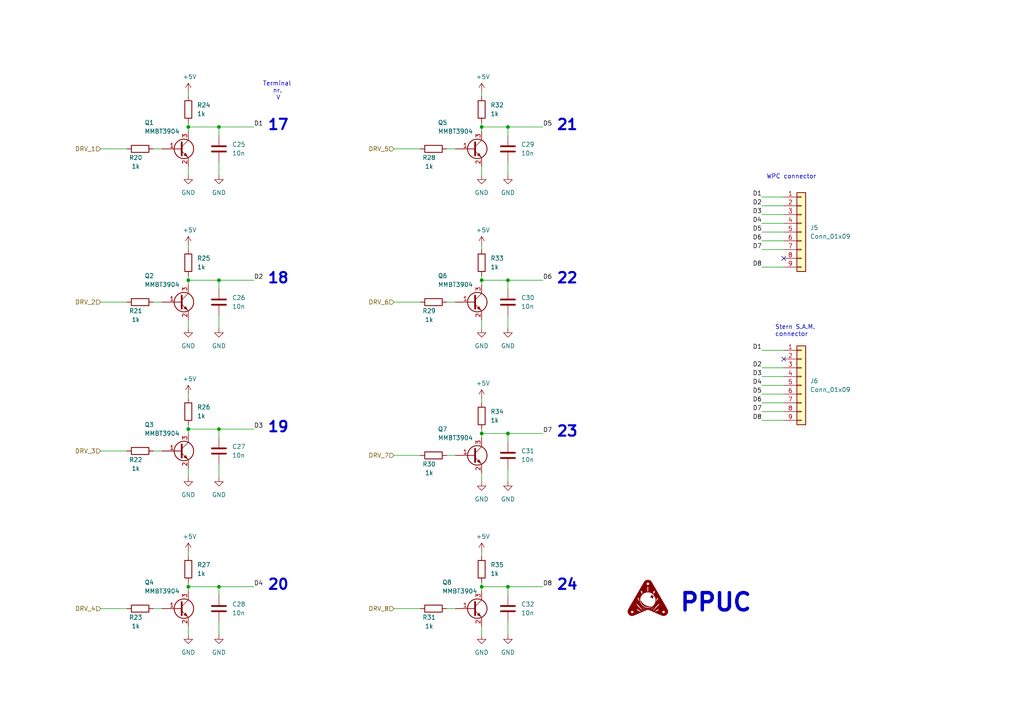
<source format=kicad_sch>
(kicad_sch (version 20211123) (generator eeschema)
  (paper "A4")
  (title_block (title "IO_16x8_matrix") (date "2024-02-18") (rev "0.1.0"))
  (lib_symbols
    (symbol "Connector_Generic:Conn_01x09" (pin_names (offset 1.016) hide)
      (property "Reference" "J" (at 0 12.7 0))
      (property "Value" "Conn_01x09" (at 0 -12.7 0))
      (symbol "Conn_01x09_1_1"
        (rectangle (start -1.27 -10.033) (end 0 -10.287) (stroke (width 0.1524)))
        (rectangle (start -1.27 -7.493) (end 0 -7.747) (stroke (width 0.1524)))
        (rectangle (start -1.27 -4.953) (end 0 -5.207) (stroke (width 0.1524)))
        (rectangle (start -1.27 -2.413) (end 0 -2.667) (stroke (width 0.1524)))
        (rectangle (start -1.27 0.127) (end 0 -0.127) (stroke (width 0.1524)))
        (rectangle (start -1.27 2.667) (end 0 2.413) (stroke (width 0.1524)))
        (rectangle (start -1.27 5.207) (end 0 4.953) (stroke (width 0.1524)))
        (rectangle (start -1.27 7.747) (end 0 7.493) (stroke (width 0.1524)))
        (rectangle (start -1.27 10.287) (end 0 10.033) (stroke (width 0.1524)))
        (rectangle (start -1.27 11.43) (end 1.27 -11.43) (stroke (width 0.254)) (fill (type background)))
        (pin passive line (at -5.08 10.16 0) (length 3.81) (name "Pin_1") (number "1"))
        (pin passive line (at -5.08 7.62 0) (length 3.81) (name "Pin_2") (number "2"))
        (pin passive line (at -5.08 5.08 0) (length 3.81) (name "Pin_3") (number "3"))
        (pin passive line (at -5.08 2.54 0) (length 3.81) (name "Pin_4") (number "4"))
        (pin passive line (at -5.08 0 0) (length 3.81) (name "Pin_5") (number "5"))
        (pin passive line (at -5.08 -2.54 0) (length 3.81) (name "Pin_6") (number "6"))
        (pin passive line (at -5.08 -5.08 0) (length 3.81) (name "Pin_7") (number "7"))
        (pin passive line (at -5.08 -7.62 0) (length 3.81) (name "Pin_8") (number "8"))
        (pin passive line (at -5.08 -10.16 0) (length 3.81) (name "Pin_9") (number "9"))
      )
    )
    (symbol "Device:C" (pin_numbers hide) (pin_names (offset 0.254))
      (property "Reference" "C" (at 0.635 2.54 0))
      (property "Value" "C" (at 0.635 -2.54 0))
      (symbol "C_0_1"
        (polyline (pts (xy -2.032 -0.762) (xy 2.032 -0.762)) (stroke (width 0.508)))
        (polyline (pts (xy -2.032 0.762) (xy 2.032 0.762)) (stroke (width 0.508)))
      )
      (symbol "C_1_1"
        (pin passive line (at 0 3.81 270) (length 2.794) (name "~") (number "1"))
        (pin passive line (at 0 -3.81 90) (length 2.794) (name "~") (number "2"))
      )
    )
    (symbol "Device:R" (pin_numbers hide) (pin_names (offset 0))
      (property "Reference" "R" (at 2.032 0 90))
      (property "Value" "R" (at 0 0 90))
      (symbol "R_0_1"
        (rectangle (start -1.016 -2.54) (end 1.016 2.54) (stroke (width 0.254)))
      )
      (symbol "R_1_1"
        (pin passive line (at 0 3.81 270) (length 1.27) (name "~") (number "1"))
        (pin passive line (at 0 -3.81 90) (length 1.27) (name "~") (number "2"))
      )
    )
    (symbol "PPUC_LOGO_LIB:LOGO" (pin_names (offset 1.016))
      (symbol "LOGO_0_0"
        (polyline (pts (xy 1.3461 0.5723) (xy 1.401 0.7319) (xy 1.5604 0.9187) (xy 1.7415 1.0689) (xy 1.5906 1.0703) (xy 1.4626 1.0839) (xy 1.2757 1.1732) (xy 1.1226 1.3565) (xy 1.0185 1.5273) (xy 1.0183 1.3201) (xy 1.0052 1.1853) (xy 0.9467 1.0647) (xy 0.8201 0.9316) (xy 0.6221 0.7503) (xy 0.8008 0.7503) (xy 0.8737 0.7451) (xy 1.0075 0.6918) (xy 1.1462 0.5632) (xy 1.3128 0.3761) (xy 1.3461 0.5723)) (stroke (width 0.01)) (fill (type outline)))
        (polyline (pts (xy 0.1988 -2.0744) (xy 0.5626 -2.0132) (xy 0.8306 -1.9387) (xy 0.5626 -1.9329) (xy 0.4034 -1.9255) (xy -0.1437 -1.8346) (xy -0.6511 -1.6461) (xy -1.1124 -1.3635) (xy -1.5212 -0.9906) (xy -1.8709 -0.5311) (xy -1.984 -0.3573) (xy -2.0545 -0.2659) (xy -2.0804 -0.2689) (xy -2.0663 -0.3675) (xy -2.0172 -0.5626) (xy -1.9531 -0.7694) (xy -1.7523 -1.1905) (xy -1.478 -1.5343) (xy -1.1315 -1.7993) (xy -0.7139 -1.9844) (xy -0.5869 -2.0195) (xy -0.2016 -2.0761) (xy 0.1988 -2.0744)) (stroke (width 0.01)) (fill (type outline)))
        (polyline (pts (xy -4.5517 -4.6263) (xy -4.4448 -4.6087) (xy -4.3144 -4.5748) (xy -4.1524 -4.5216) (xy -3.9504 -4.4461) (xy -3.7002 -4.3452) (xy -3.3934 -4.216) (xy -3.0218 -4.0554) (xy -2.5771 -3.8605) (xy -2.0509 -3.6282) (xy -1.435 -3.3556) (xy -1.2826 -3.2884) (xy -0.8872 -3.1181) (xy -0.5757 -2.9915) (xy -0.3394 -2.9052) (xy -0.1694 -2.8558) (xy -0.0568 -2.84) (xy -0.0245 -2.8416) (xy 0.131 -2.8733) (xy 0.3579 -2.9476) (xy 0.3988 -2.9636) (xy 0.839 -2.9636) (xy 0.8472 -2.8886) (xy 0.9027 -2.7535) (xy 0.9916 -2.5822) (xy 1.0998 -2.3987) (xy 1.2134 -2.2268) (xy 1.3183 -2.0905) (xy 1.4005 -2.0137) (xy 1.4168 -2.0042) (xy 1.5142 -1.9565) (xy 1.554 -1.9532) (xy 1.5352 -1.9949) (xy 1.471 -2.1124) (xy 1.372 -2.2847) (xy 1.2494 -2.4921) (xy 1.1911 -2.5891) (xy 1.067 -2.7902) (xy 0.9809 -2.9159) (xy 0.922 -2.9787) (xy 0.8793 -2.9916) (xy 0.8417 -2.9673) (xy 0.839 -2.9636) (xy 0.3988 -2.9636) (xy 0.6639 -3.0673) (xy 0.7882 -3.1204) (xy 1.3552 -3.1204) (xy 1.3684 -3.0819) (xy 1.4092 -3.0182) (xy 1.4848 -2.9199) (xy 1.6022 -2.7776) (xy 1.7681 -2.5821) (xy 1.9898 -2.3238) (xy 2.2741 -1.9934) (xy 2.3543 -1.9006) (xy 2.5716 -1.6532) (xy 2.7639 -1.4401) (xy 2.9202 -1.2731) (xy 3.0295 -1.1642) (xy 3.0806 -1.1253) (xy 3.1358 -1.1406) (xy 3.2268 -1.2163) (xy 3.2683 -1.3101) (xy 3.2514 -1.3383) (xy 3.1703 -1.4365) (xy 3.0314 -1.5923) (xy 2.845 -1.7944) (xy 2.6213 -2.0315) (xy 2.3707 -2.2924) (xy 2.351 -2.3128) (xy 2.0542 -2.6162) (xy 1.8219 -2.8468) (xy 1.6473 -3.011) (xy 1.5231 -3.1152) (xy 1.4426 -3.1656) (xy 1.3986 -3.1685) (xy 1.3841 -3.1593) (xy 1.3628 -3.1431) (xy 1.3552 -3.1204) (xy 0.7882 -3.1204) (xy 1.0567 -3.2351) (xy 1.0705 -3.2411) (xy 1.3795 -3.3769) (xy 1.9566 -3.3769) (xy 1.9884 -3.3276) (xy 2.094 -3.2343) (xy 2.2572 -3.1101) (xy 2.4618 -2.9683) (xy 2.6777 -2.8269) (xy 2.8466 -2.7247) (xy 2.9592 -2.6709) (xy 3.0317 -2.658) (xy 3.0801 -2.6784) (xy 3.1461 -2.75) (xy 3.1608 -2.8368) (xy 3.096 -2.9317) (xy 2.9448 -3.0443) (xy 2.7 -3.184) (xy 2.4032 -3.33) (xy 2.1841 -3.41) (xy 2.1049 -3.4183) (xy 4.0884 -3.4183) (xy 4.1623 -3.2625) (xy 4.3036 -3.1508) (xy 4.5012 -3.108) (xy 4.5793 -3.1144) (xy 4.7536 -3.1871) (xy 4.8688 -3.3198) (xy 4.9151 -3.4866) (xy 4.8831 -3.6614) (xy 4.7631 -3.818) (xy 4.7494 -3.8288) (xy 4.5699 -3.9046) (xy 4.377 -3.8877) (xy 4.2041 -3.7802) (xy 4.187 -3.7622) (xy 4.093 -3.5932) (xy 4.0884 -3.4183) (xy 2.1049 -3.4183) (xy 2.0372 -3.4254) (xy 1.9569 -3.3776) (xy 1.9566 -3.3769) (xy 1.3795 -3.3769) (xy 1.4118 -3.3911) (xy 1.8166 -3.5689) (xy 2.2518 -3.7602) (xy 2.6843 -3.9502) (xy 3.0812 -4.1246) (xy 3.4438 -4.2828) (xy 3.7384 -4.4075) (xy 3.9656 -4.4978) (xy 4.1405 -4.5588) (xy 4.2783 -4.5958) (xy 4.3943 -4.6142) (xy 4.5035 -4.6191) (xy 4.5541 -4.6183) (xy 4.9176 -4.5572) (xy 5.2324 -4.407) (xy 5.4866 -4.1778) (xy 5.6688 -3.8797) (xy 5.767 -3.5229) (xy 5.7717 -3.4883) (xy 5.7812 -3.4013) (xy 5.7831 -3.317) (xy 5.7737 -3.2275) (xy 5.7489 -3.1248) (xy 5.7051 -3.001) (xy 5.6384 -2.848) (xy 5.5448 -2.658) (xy 5.4206 -2.4231) (xy 5.2619 -2.1351) (xy 5.0648 -1.7863) (xy 4.8256 -1.3685) (xy 4.5403 -0.874) (xy 4.2052 -0.2947) (xy 3.8596 0.3026) (xy 3.2999 1.2707) (xy 2.6957 2.3167) (xy 2.0442 3.4454) (xy 1.3424 4.6621) (xy 1.3358 4.6735) (xy 1.1639 4.9694) (xy 1.0314 5.1879) (xy 0.9254 5.3445) (xy 0.8331 5.4546) (xy 0.7415 5.5337) (xy 0.6378 5.5972) (xy 0.509 5.6605) (xy 0.4416 5.69) (xy 0.084 5.7811) (xy -0.2769 5.7684) (xy -0.6253 5.6522) (xy -0.7345 5.5939) (xy -0.885 5.5) (xy -0.9779 5.4245) (xy -0.9942 5.4027) (xy -1.0647 5.2936) (xy -1.1755 5.1127) (xy -1.3175 4.8747) (xy -1.4638 4.6255) (xy -0.4632 4.6255) (xy -0.4306 4.8182) (xy -0.3984 4.8816) (xy -0.2632 5.0164) (xy -0.0889 5.0695) (xy 0.0977 5.0371) (xy 0.2697 4.9157) (xy 0.3554 4.7754) (xy 0.3676 4.5978) (xy 0.2886 4.4299) (xy 0.1241 4.2957) (xy 0.0455 4.2633) (xy -0.1365 4.2539) (xy -0.2956 4.324) (xy -0.4114 4.4543) (xy -0.4632 4.6255) (xy -1.4638 4.6255) (xy -1.4819 4.5946) (xy -1.66 4.287) (xy -1.7166 4.1885) (xy -1.9049 3.8615) (xy -2.0851 3.5488) (xy -2.1688 3.404) (xy -0.2283 3.404) (xy -0.2262 3.5927) (xy -0.2144 3.7126) (xy -0.1911 3.7823) (xy -0.1547 3.82) (xy -0.0974 3.8437) (xy 0.0195 3.8417) (xy 0.061 3.8097) (xy 0.0892 3.7328) (xy 0.1031 3.5914) (xy 0.1067 3.3643) (xy 0.1066 3.3405) (xy 0.1012 3.0848) (xy 0.089 2.834) (xy 0.0724 2.6392) (xy 0.0716 2.6321) (xy 0.043 2.4646) (xy 0.0034 2.3807) (xy -0.0579 2.3578) (xy -0.1111 2.3636) (xy -0.1783 2.398) (xy -0.1789 2.3992) (xy -0.1896 2.4712) (xy -0.2012 2.627) (xy -0.2123 2.8444) (xy -0.2216 3.1014) (xy -0.2224 3.1282) (xy -0.2283 3.404) (xy -2.1688 3.404) (xy -2.2461 3.2702) (xy -2.3763 3.0453) (xy -2.4646 2.8937) (xy -2.5328 2.7766) (xy -2.6595 2.5584) (xy -2.6793 2.5242) (xy -2.1341 2.5242) (xy -2.1155 2.5845) (xy -2.0247 2.675) (xy -1.8982 2.6952) (xy -1.7757 2.633) (xy -1.7537 2.6068) (xy -1.6879 2.4618) (xy -1.6458 2.267) (xy -1.6309 2.0599) (xy -1.6466 1.8782) (xy -1.6962 1.7594) (xy -1.7615 1.6966) (xy -1.8218 1.6612) (xy -1.8419 1.6763) (xy -1.8946 1.7681) (xy -1.9597 1.9182) (xy -2.0266 2.0977) (xy -2.0849 2.2778) (xy -2.1243 2.4296) (xy -2.1341 2.5242) (xy -2.6793 2.5242) (xy -2.8158 2.2886) (xy -2.9879 1.9906) (xy -3.1625 1.688) (xy -3.2951 1.458) (xy -3.469 1.1568) (xy -3.63 0.8782) (xy -3.7647 0.6455) (xy -3.8595 0.4823) (xy -3.8914 0.4274) (xy -3.0678 0.4274) (xy -3.0484 0.5433) (xy -2.9776 0.6215) (xy -2.8768 0.6275) (xy -2.7998 0.5648) (xy -2.7033 0.4155) (xy -2.6127 0.2108) (xy -2.5894 0.1365) (xy -2.3239 0.1365) (xy -2.2472 0.5701) (xy -2.0885 0.9814) (xy -1.8498 1.3566) (xy -1.5332 1.6819) (xy -1.1407 1.9435) (xy -0.9119 2.0507) (xy -0.4377 2.1933) (xy 0.0354 2.2296) (xy 0.504 2.1594) (xy 0.8654 2.0208) (xy 1.5087 2.0208) (xy 1.525 2.2218) (xy 1.567 2.4548) (xy 1.6445 2.6272) (xy 1.7518 2.7009) (xy 1.8868 2.6733) (xy 1.9403 2.6399) (xy 1.9991 2.568) (xy 2.0109 2.4625) (xy 1.976 2.3022) (xy 1.8947 2.0662) (xy 1.8728 2.0084) (xy 1.8012 1.8315) (xy 1.7436 1.7078) (xy 1.7109 1.6612) (xy 1.6648 1.6879) (xy 1.5826 1.7664) (xy 1.55 1.8078) (xy 1.5157 1.8934) (xy 1.5087 2.0208) (xy 0.8654 2.0208) (xy 0.9647 1.9827) (xy 1.1079 1.903) (xy 1.4698 1.6273) (xy 1.772 1.2848) (xy 2.0056 0.8931) (xy 2.1613 0.4697) (xy 2.2302 0.0322) (xy 2.203 -0.4019) (xy 2.1714 -0.5408) (xy 2.1461 -0.6155) (xy 2.3578 -0.6155) (xy 2.3583 -0.2943) (xy 2.3682 -0.0984) (xy 2.4156 0.0962) (xy 2.5179 0.3043) (xy 2.5922 0.4276) (xy 2.6782 0.5541) (xy 2.7341 0.617) (xy 2.7414 0.6209) (xy 2.8273 0.6122) (xy 2.9101 0.5431) (xy 2.9472 0.4477) (xy 2.9318 0.398) (xy 2.8706 0.2689) (xy 2.7736 0.0883) (xy 2.6525 -0.1215) (xy 2.3578 -0.6155) (xy 2.1461 -0.6155) (xy 2.064 -0.8575) (xy 1.9161 -1.1751) (xy 1.7457 -1.4578) (xy 1.5706 -1.6698) (xy 1.3652 -1.8396) (xy 1.0298 -2.0466) (xy 0.6676 -2.2076) (xy 0.3215 -2.3008) (xy 0.1712 -2.3246) (xy 0.0123 -2.3442) (xy -0.1182 -2.3464) (xy -0.2648 -2.331) (xy -0.4724 -2.2979) (xy -0.4834 -2.296) (xy -0.9009 -2.1729) (xy -1.3021 -1.9569) (xy -1.6617 -1.6616) (xy -1.7713 -1.5443) (xy -2.0424 -1.1598) (xy -2.2235 -0.7423) (xy -2.3167 -0.3056) (xy -2.3239 0.1365) (xy -2.5894 0.1365) (xy -2.5398 -0.0217) (xy -2.4965 -0.2545) (xy -2.4816 -0.4145) (xy -2.4756 -0.541) (xy -2.4815 -0.5894) (xy -2.5017 -0.5657) (xy -2.5654 -0.4691) (xy -2.6582 -0.3191) (xy -2.7664 -0.1389) (xy -2.8762 0.0488) (xy -2.974 0.2208) (xy -3.046 0.3543) (xy -3.0678 0.4274) (xy -3.8914 0.4274) (xy -4.074 0.1136) (xy -4.3251 -0.3193) (xy -4.5746 -0.7508) (xy -4.8159 -1.1694) (xy -4.8786 -1.2784) (xy -3.3671 -1.2784) (xy -3.3327 -1.1892) (xy -3.2323 -1.1521) (xy -3.1966 -1.1624) (xy -3.1101 -1.2232) (xy -2.9813 -1.3438) (xy -2.8042 -1.5303) (xy -2.5728 -1.7888) (xy -2.4208 -1.9643) (xy -1.6612 -1.9643) (xy -1.6594 -1.9591) (xy -1.608 -1.97) (xy -1.508 -2.0309) (xy -1.4986 -2.0381) (xy -1.4073 -2.1382) (xy -1.294 -2.297) (xy -1.1757 -2.4857) (xy -1.1695 -2.4968) (xy -0.7356 -2.4968) (xy -0.7314 -2.4282) (xy -0.7254 -2.4236) (xy -0.6547 -2.4286) (xy -0.5743 -2.4801) (xy -0.5359 -2.5467) (xy -0.5327 -2.5851) (xy -0.5292 -2.5989) (xy -0.1072 -2.5989) (xy -0.1012 -2.5619) (xy -0.0536 -2.5185) (xy -0.029 -2.5276) (xy 0 -2.5989) (xy -0.0061 -2.6359) (xy -0.0536 -2.6793) (xy -0.0783 -2.6702) (xy -0.1072 -2.5989) (xy -0.5292 -2.5989) (xy -0.5081 -2.6831) (xy 0.3751 -2.6831) (xy 0.3938 -2.606) (xy 0.4512 -2.5082) (xy 0.5205 -2.4385) (xy 0.5741 -2.4318) (xy 0.5748 -2.4325) (xy 0.5814 -2.4999) (xy 0.5635 -2.6219) (xy 0.5251 -2.7192) (xy 0.4602 -2.7803) (xy 0.4009 -2.7713) (xy 0.3751 -2.6831) (xy -0.5081 -2.6831) (xy -0.5034 -2.7017) (xy -0.4959 -2.7525) (xy -0.5517 -2.7865) (xy -0.5685 -2.7818) (xy -0.6326 -2.7165) (xy -0.6955 -2.6073) (xy -0.7356 -2.4968) (xy -1.1695 -2.4968) (xy -1.0699 -2.6753) (xy -0.9938 -2.8369) (xy -0.9646 -2.9417) (xy -0.969 -2.9815) (xy -1.0057 -2.9971) (xy -1.0815 -2.9245) (xy -1.199 -2.761) (xy -1.3606 -2.5038) (xy -1.4599 -2.3373) (xy -1.5641 -2.1562) (xy -1.635 -2.025) (xy -1.6612 -1.9643) (xy -2.4208 -1.9643) (xy -2.2811 -2.1255) (xy -2.1217 -2.3119) (xy -1.9044 -2.5679) (xy -1.7186 -2.7886) (xy -1.574 -2.9626) (xy -1.4803 -3.0784) (xy -1.4469 -3.1245) (xy -1.454 -3.1382) (xy -1.52 -3.1781) (xy -1.5278 -3.1783) (xy -1.6047 -3.1327) (xy -1.7462 -3.0164) (xy -1.9453 -2.8356) (xy -2.1952 -2.5966) (xy -2.489 -2.3054) (xy -2.6581 -2.1348) (xy -2.9131 -1.8736) (xy -3.1029 -1.672) (xy -3.2353 -1.521) (xy -3.3182 -1.4112) (xy -3.3595 -1.3334) (xy -3.3671 -1.2784) (xy -4.8786 -1.2784) (xy -5.0426 -1.5637) (xy -5.2481 -1.9224) (xy -5.4258 -2.2341) (xy -5.5692 -2.4873) (xy -5.6719 -2.6707) (xy -5.7271 -2.7729) (xy -5.7627 -2.8709) (xy -3.2801 -2.8709) (xy -3.2782 -2.7698) (xy -3.2311 -2.6705) (xy -3.1611 -2.6257) (xy -3.1607 -2.6257) (xy -3.0971 -2.6543) (xy -2.9637 -2.7303) (xy -2.7798 -2.8423) (xy -2.5647 -2.9788) (xy -2.4856 -3.0303) (xy -2.2723 -3.1753) (xy -2.1417 -3.2771) (xy -2.0852 -3.3429) (xy -2.0946 -3.3799) (xy -2.1486 -3.4044) (xy -2.2775 -3.4271) (xy -2.3431 -3.4116) (xy -2.4883 -3.3518) (xy -2.6743 -3.2611) (xy -2.8733 -3.1545) (xy -3.0577 -3.0469) (xy -3.1998 -2.9533) (xy -3.2718 -2.8888) (xy -3.2801 -2.8709) (xy -5.7627 -2.8709) (xy -5.8531 -3.1193) (xy -5.8778 -3.4709) (xy -5.8635 -3.5309) (xy -5.022 -3.5309) (xy -5.0037 -3.3668) (xy -4.9098 -3.2345) (xy -4.7661 -3.1451) (xy -4.5983 -3.1099) (xy -4.432 -3.1399) (xy -4.293 -3.2464) (xy -4.1967 -3.4285) (xy -4.2009 -3.61) (xy -4.3113 -3.7802) (xy -4.4173 -3.8602) (xy -4.5991 -3.9092) (xy -4.7763 -3.8703) (xy -4.9237 -3.7513) (xy -5.016 -3.5602) (xy -5.022 -3.5309) (xy -5.8635 -3.5309) (xy -5.7969 -3.8115) (xy -5.611 -4.1347) (xy -5.4411 -4.3242) (xy -5.1815 -4.5027) (xy -4.8682 -4.6016) (xy -4.8152 -4.6112) (xy -4.7286 -4.6245) (xy -4.6436 -4.6306) (xy -4.5517 -4.6263)) (stroke (width 0.01)) (fill (type outline)))
      )
    )
    (symbol "Transistor_BJT:MMBT3904" (pin_names (offset 0) hide)
      (property "Reference" "Q" (at 5.08 1.905 0))
      (property "Value" "MMBT3904" (at 5.08 0 0))
      (symbol "MMBT3904_0_1"
        (polyline (pts (xy 0.635 0.635) (xy 2.54 2.54)))
        (polyline (pts (xy 0.635 -0.635) (xy 2.54 -2.54) (xy 2.54 -2.54)))
        (polyline (pts (xy 0.635 1.905) (xy 0.635 -1.905) (xy 0.635 -1.905)) (stroke (width 0.508)))
        (polyline (pts (xy 1.27 -1.778) (xy 1.778 -1.27) (xy 2.286 -2.286) (xy 1.27 -1.778) (xy 1.27 -1.778)) (fill (type outline)))
        (circle (center 1.27 0) (radius 2.8194) (stroke (width 0.254)))
      )
      (symbol "MMBT3904_1_1"
        (pin input line (at -5.08 0 0) (length 5.715) (name "B") (number "1"))
        (pin passive line (at 2.54 -5.08 90) (length 2.54) (name "E") (number "2"))
        (pin passive line (at 2.54 5.08 270) (length 2.54) (name "C") (number "3"))
      )
    )
    (symbol "power:+5V" (power) (pin_names (offset 0))
      (property "Value" "+5V" (at 0 3.556 0))
      (symbol "+5V_0_1"
        (polyline (pts (xy -0.762 1.27) (xy 0 2.54)))
        (polyline (pts (xy 0 0) (xy 0 2.54)))
        (polyline (pts (xy 0 2.54) (xy 0.762 1.27)))
      )
      (symbol "+5V_1_1"
        (pin power_in line (at 0 0 90) (length 0) hide (name "+5V") (number "1"))
      )
    )
    (symbol "power:GND" (power) (pin_names (offset 0))
      (property "Value" "GND" (at 0 -3.81 0))
      (symbol "GND_0_1"
        (polyline (pts (xy 0 0) (xy 0 -1.27) (xy 1.27 -1.27) (xy 0 -2.54) (xy -1.27 -1.27) (xy 0 -1.27)))
      )
      (symbol "GND_1_1"
        (pin power_in line (at 0 0 270) (length 0) hide (name "GND") (number "1"))
      )
    )
  )
  (junction (at 147.32 36.83))
  (junction (at 54.61 81.28))
  (junction (at 54.61 124.46))
  (junction (at 54.61 36.83))
  (junction (at 63.5 81.28))
  (junction (at 63.5 170.18))
  (junction (at 63.5 36.83))
  (junction (at 54.61 170.18))
  (junction (at 139.7 170.18))
  (junction (at 139.7 125.73))
  (junction (at 63.5 124.46))
  (junction (at 147.32 125.73))
  (junction (at 139.7 81.28))
  (junction (at 147.32 170.18))
  (junction (at 139.7 36.83))
  (junction (at 147.32 81.28))
  (no_connect (at 227.33 104.14))
  (no_connect (at 227.33 74.93))
  (wire (pts (xy 44.45 130.81) (xy 46.99 130.81)))
  (wire (pts (xy 44.45 176.53) (xy 46.99 176.53)))
  (wire (pts (xy 220.98 121.92) (xy 227.33 121.92)))
  (wire (pts (xy 54.61 48.26) (xy 54.61 50.8)))
  (wire (pts (xy 114.3 87.63) (xy 121.92 87.63)))
  (wire (pts (xy 54.61 168.91) (xy 54.61 170.18)))
  (wire (pts (xy 220.98 57.15) (xy 227.33 57.15)))
  (wire (pts (xy 220.98 109.22) (xy 227.33 109.22)))
  (wire (pts (xy 54.61 81.28) (xy 54.61 82.55)))
  (wire (pts (xy 63.5 124.46) (xy 73.66 124.46)))
  (wire (pts (xy 147.32 91.44) (xy 147.32 95.25)))
  (wire (pts (xy 129.54 43.18) (xy 132.08 43.18)))
  (wire (pts (xy 139.7 181.61) (xy 139.7 184.15)))
  (wire (pts (xy 63.5 36.83) (xy 63.5 39.37)))
  (wire (pts (xy 147.32 36.83) (xy 147.32 39.37)))
  (wire (pts (xy 147.32 180.34) (xy 147.32 184.15)))
  (wire (pts (xy 44.45 43.18) (xy 46.99 43.18)))
  (wire (pts (xy 220.98 119.38) (xy 227.33 119.38)))
  (wire (pts (xy 54.61 71.12) (xy 54.61 72.39)))
  (wire (pts (xy 139.7 170.18) (xy 147.32 170.18)))
  (wire (pts (xy 63.5 36.83) (xy 73.66 36.83)))
  (wire (pts (xy 54.61 170.18) (xy 63.5 170.18)))
  (wire (pts (xy 54.61 35.56) (xy 54.61 36.83)))
  (wire (pts (xy 139.7 71.12) (xy 139.7 72.39)))
  (wire (pts (xy 147.32 170.18) (xy 157.48 170.18)))
  (wire (pts (xy 139.7 125.73) (xy 147.32 125.73)))
  (wire (pts (xy 63.5 170.18) (xy 63.5 172.72)))
  (wire (pts (xy 54.61 26.67) (xy 54.61 27.94)))
  (wire (pts (xy 147.32 46.99) (xy 147.32 50.8)))
  (wire (pts (xy 54.61 81.28) (xy 63.5 81.28)))
  (wire (pts (xy 139.7 36.83) (xy 139.7 38.1)))
  (wire (pts (xy 63.5 170.18) (xy 73.66 170.18)))
  (wire (pts (xy 220.98 69.85) (xy 227.33 69.85)))
  (wire (pts (xy 139.7 26.67) (xy 139.7 27.94)))
  (wire (pts (xy 63.5 81.28) (xy 73.66 81.28)))
  (wire (pts (xy 29.21 87.63) (xy 36.83 87.63)))
  (wire (pts (xy 147.32 170.18) (xy 147.32 172.72)))
  (wire (pts (xy 139.7 137.16) (xy 139.7 139.7)))
  (wire (pts (xy 29.21 176.53) (xy 36.83 176.53)))
  (wire (pts (xy 139.7 170.18) (xy 139.7 171.45)))
  (wire (pts (xy 54.61 114.3) (xy 54.61 115.57)))
  (wire (pts (xy 220.98 64.77) (xy 227.33 64.77)))
  (wire (pts (xy 54.61 36.83) (xy 63.5 36.83)))
  (wire (pts (xy 220.98 101.6) (xy 227.33 101.6)))
  (wire (pts (xy 139.7 81.28) (xy 147.32 81.28)))
  (wire (pts (xy 220.98 59.69) (xy 227.33 59.69)))
  (wire (pts (xy 139.7 36.83) (xy 147.32 36.83)))
  (wire (pts (xy 29.21 130.81) (xy 36.83 130.81)))
  (wire (pts (xy 220.98 67.31) (xy 227.33 67.31)))
  (wire (pts (xy 63.5 134.62) (xy 63.5 138.43)))
  (wire (pts (xy 139.7 48.26) (xy 139.7 50.8)))
  (wire (pts (xy 139.7 81.28) (xy 139.7 82.55)))
  (wire (pts (xy 147.32 135.89) (xy 147.32 139.7)))
  (wire (pts (xy 63.5 46.99) (xy 63.5 50.8)))
  (wire (pts (xy 129.54 87.63) (xy 132.08 87.63)))
  (wire (pts (xy 220.98 111.76) (xy 227.33 111.76)))
  (wire (pts (xy 54.61 36.83) (xy 54.61 38.1)))
  (wire (pts (xy 220.98 116.84) (xy 227.33 116.84)))
  (wire (pts (xy 114.3 132.08) (xy 121.92 132.08)))
  (wire (pts (xy 139.7 92.71) (xy 139.7 95.25)))
  (wire (pts (xy 147.32 81.28) (xy 147.32 83.82)))
  (wire (pts (xy 54.61 170.18) (xy 54.61 171.45)))
  (wire (pts (xy 139.7 115.57) (xy 139.7 116.84)))
  (wire (pts (xy 54.61 80.01) (xy 54.61 81.28)))
  (wire (pts (xy 63.5 124.46) (xy 63.5 127)))
  (wire (pts (xy 29.21 43.18) (xy 36.83 43.18)))
  (wire (pts (xy 54.61 92.71) (xy 54.61 95.25)))
  (wire (pts (xy 147.32 125.73) (xy 147.32 128.27)))
  (wire (pts (xy 54.61 124.46) (xy 63.5 124.46)))
  (wire (pts (xy 129.54 132.08) (xy 132.08 132.08)))
  (wire (pts (xy 114.3 176.53) (xy 121.92 176.53)))
  (wire (pts (xy 63.5 81.28) (xy 63.5 83.82)))
  (wire (pts (xy 220.98 77.47) (xy 227.33 77.47)))
  (wire (pts (xy 220.98 114.3) (xy 227.33 114.3)))
  (wire (pts (xy 220.98 106.68) (xy 227.33 106.68)))
  (wire (pts (xy 139.7 168.91) (xy 139.7 170.18)))
  (wire (pts (xy 139.7 35.56) (xy 139.7 36.83)))
  (wire (pts (xy 54.61 181.61) (xy 54.61 184.15)))
  (wire (pts (xy 147.32 125.73) (xy 157.48 125.73)))
  (wire (pts (xy 147.32 81.28) (xy 157.48 81.28)))
  (wire (pts (xy 63.5 180.34) (xy 63.5 184.15)))
  (wire (pts (xy 129.54 176.53) (xy 132.08 176.53)))
  (wire (pts (xy 220.98 62.23) (xy 227.33 62.23)))
  (wire (pts (xy 139.7 124.46) (xy 139.7 125.73)))
  (wire (pts (xy 147.32 36.83) (xy 157.48 36.83)))
  (wire (pts (xy 54.61 135.89) (xy 54.61 138.43)))
  (wire (pts (xy 139.7 125.73) (xy 139.7 127)))
  (wire (pts (xy 44.45 87.63) (xy 46.99 87.63)))
  (wire (pts (xy 220.98 72.39) (xy 227.33 72.39)))
  (wire (pts (xy 114.3 43.18) (xy 121.92 43.18)))
  (wire (pts (xy 139.7 80.01) (xy 139.7 81.28)))
  (wire (pts (xy 54.61 123.19) (xy 54.61 124.46)))
  (wire (pts (xy 54.61 124.46) (xy 54.61 125.73)))
  (wire (pts (xy 139.7 160.02) (xy 139.7 161.29)))
  (wire (pts (xy 54.61 160.02) (xy 54.61 161.29)))
  (wire (pts (xy 63.5 91.44) (xy 63.5 95.25)))
  (text "PPUC" (at 196.85 177.8 0) (effects (font (size 5 5) bold) (justify left bottom)))
  (text "20" (at 77.47 171.45 0) (effects (font (size 3 3) (thickness 0.6) bold) (justify left bottom)))
  (text "19" (at 77.47 125.73 0) (effects (font (size 3 3) (thickness 0.6) bold) (justify left bottom)))
  (text "23" (at 161.29 127 0) (effects (font (size 3 3) (thickness 0.6) bold) (justify left bottom)))
  (text "Terminal\n   nr.\n    V" (at 76.2 29.21 0) (effects (font (size 1.27 1.27)) (justify left bottom)))
  (text "Stern S.A.M.\nconnector\n" (at 224.79 97.79 0) (effects (font (size 1.27 1.27)) (justify left bottom)))
  (text "21" (at 161.29 38.1 0) (effects (font (size 3 3) (thickness 0.6) bold) (justify left bottom)))
  (text "22" (at 161.29 82.55 0) (effects (font (size 3 3) (thickness 0.6) bold) (justify left bottom)))
  (text "17" (at 77.47 38.1 0) (effects (font (size 3 3) (thickness 0.6) bold) (justify left bottom)))
  (text "24" (at 161.29 171.45 0) (effects (font (size 3 3) (thickness 0.6) bold) (justify left bottom)))
  (text "18" (at 77.47 82.55 0) (effects (font (size 3 3) (thickness 0.6) bold) (justify left bottom)))
  (text "WPC connector" (at 222.25 52.07 0) (effects (font (size 1.27 1.27)) (justify left bottom)))
  (label "D7" (at 220.98 72.39 180))
  (label "D4" (at 220.98 64.77 180))
  (label "D2" (at 220.98 59.69 180))
  (label "D6" (at 157.48 81.28 0))
  (label "D7" (at 220.98 119.38 180))
  (label "D2" (at 220.98 106.68 180))
  (label "D5" (at 220.98 114.3 180))
  (label "D6" (at 220.98 69.85 180))
  (label "D3" (at 220.98 62.23 180))
  (label "D5" (at 220.98 67.31 180))
  (label "D3" (at 73.66 124.46 0))
  (label "D7" (at 157.48 125.73 0))
  (label "D6" (at 220.98 116.84 180))
  (label "D8" (at 157.48 170.18 0))
  (label "D8" (at 220.98 77.47 180))
  (label "D8" (at 220.98 121.92 180))
  (label "D1" (at 220.98 101.6 180))
  (label "D1" (at 73.66 36.83 0))
  (label "D5" (at 157.48 36.83 0))
  (label "D3" (at 220.98 109.22 180))
  (label "D4" (at 220.98 111.76 180))
  (label "D4" (at 73.66 170.18 0))
  (label "D1" (at 220.98 57.15 180))
  (label "D2" (at 73.66 81.28 0))
  (hierarchical_label "DRV_7" (shape input) (at 114.3 132.08 180))
  (hierarchical_label "DRV_8" (shape input) (at 114.3 176.53 180))
  (hierarchical_label "DRV_6" (shape input) (at 114.3 87.63 180))
  (hierarchical_label "DRV_5" (shape input) (at 114.3 43.18 180))
  (hierarchical_label "DRV_3" (shape input) (at 29.21 130.81 180))
  (hierarchical_label "DRV_1" (shape input) (at 29.21 43.18 180))
  (hierarchical_label "DRV_2" (shape input) (at 29.21 87.63 180))
  (hierarchical_label "DRV_4" (shape input) (at 29.21 176.53 180))
  (symbol (lib_id "power:GND") (at 139.7 184.15 0) (unit 1)
    (property "Reference" "#PWR024" (effects hide))
    (property "Value" "GND" (at 139.7 189.23 0))
  )
  (symbol (lib_id "Device:R") (at 139.7 31.75 0) (unit 1)
    (property "Reference" "R32" (at 142.24 30.4799 0) (effects (justify left)))
    (property "Value" "1k" (at 142.24 33.0199 0) (effects (justify left)))
    (property "Footprint" "Resistor_SMD:R_0603_1608Metric" (effects hide))
  )
  (symbol (lib_id "Device:R") (at 139.7 76.2 0) (unit 1)
    (property "Reference" "R33" (at 142.24 74.9299 0) (effects (justify left)))
    (property "Value" "1k" (at 142.24 77.4699 0) (effects (justify left)))
    (property "Footprint" "Resistor_SMD:R_0603_1608Metric" (effects hide))
  )
  (symbol (lib_id "Device:R") (at 54.61 119.38 0) (unit 1)
    (property "Reference" "R26" (at 57.15 118.1099 0) (effects (justify left)))
    (property "Value" "1k" (at 57.15 120.6499 0) (effects (justify left)))
    (property "Footprint" "Resistor_SMD:R_0603_1608Metric" (effects hide))
  )
  (symbol (lib_id "Device:C") (at 63.5 43.18 0) (unit 1)
    (property "Reference" "C25" (at 67.31 41.9099 0) (effects (justify left)))
    (property "Value" "10n" (at 67.31 44.4499 0) (effects (justify left)))
    (property "Footprint" "Capacitor_SMD:C_0603_1608Metric" (effects hide))
  )
  (symbol (lib_id "power:GND") (at 139.7 50.8 0) (unit 1)
    (property "Reference" "#PWR018" (effects hide))
    (property "Value" "GND" (at 139.7 55.88 0))
  )
  (symbol (lib_id "power:+5V") (at 139.7 115.57 0) (unit 1)
    (property "Reference" "#PWR021" (effects hide))
    (property "Value" "+5V" (at 140.081 111.1758 0))
  )
  (symbol (lib_id "Device:R") (at 139.7 120.65 0) (unit 1)
    (property "Reference" "R34" (at 142.24 119.3799 0) (effects (justify left)))
    (property "Value" "1k" (at 142.24 121.9199 0) (effects (justify left)))
    (property "Footprint" "Resistor_SMD:R_0603_1608Metric" (effects hide))
  )
  (symbol (lib_id "Transistor_BJT:MMBT3904") (at 52.07 130.81 0) (unit 1)
    (property "Reference" "Q3" (at 41.91 123.19 0) (effects (justify left)))
    (property "Value" "MMBT3904" (at 41.91 125.73 0) (effects (justify left)))
    (property "Footprint" "Package_TO_SOT_SMD:SOT-23" (effects hide))
    (property "Datasheet" "https://www.onsemi.com/pub/Collateral/2N3903-D.PDF" (effects hide))
  )
  (symbol (lib_id "power:+5V") (at 54.61 26.67 0) (unit 1)
    (property "Reference" "#PWR01" (effects hide))
    (property "Value" "+5V" (at 54.991 22.2758 0))
  )
  (symbol (lib_id "power:GND") (at 147.32 184.15 0) (unit 1)
    (property "Reference" "#PWR031" (effects hide))
    (property "Value" "GND" (at 147.32 189.23 0))
  )
  (symbol (lib_id "PPUC_LOGO_LIB:LOGO") (at 187.96 173.99 0) (unit 1)
    (property "Reference" "#G2" (effects hide))
    (property "Value" "LOGO" (effects hide))
  )
  (symbol (lib_id "Device:R") (at 125.73 176.53 90) (unit 1)
    (property "Reference" "R31" (at 124.46 179.07 90))
    (property "Value" "1k" (at 124.46 181.61 90))
    (property "Footprint" "Resistor_SMD:R_0603_1608Metric" (effects hide))
  )
  (symbol (lib_id "power:GND") (at 54.61 95.25 0) (unit 1)
    (property "Reference" "#PWR08" (effects hide))
    (property "Value" "GND" (at 54.61 100.33 0))
  )
  (symbol (lib_id "Connector_Generic:Conn_01x09") (at 232.41 67.31 0) (unit 1) (in_bom no)
    (property "Reference" "J5" (at 234.95 66.0399 0) (effects (justify left)))
    (property "Value" "Conn_01x09" (at 234.95 68.5799 0) (effects (justify left)))
    (property "Footprint" "Connector_Molex:Molex_KK-254_AE-6410-09A_1x09_P2.54mm_Vertical" (effects hide))
  )
  (symbol (lib_id "Device:C") (at 63.5 87.63 0) (unit 1)
    (property "Reference" "C26" (at 67.31 86.3599 0) (effects (justify left)))
    (property "Value" "10n" (at 67.31 88.8999 0) (effects (justify left)))
    (property "Footprint" "Capacitor_SMD:C_0603_1608Metric" (effects hide))
  )
  (symbol (lib_id "Device:R") (at 54.61 31.75 0) (unit 1)
    (property "Reference" "R24" (at 57.15 30.4799 0) (effects (justify left)))
    (property "Value" "1k" (at 57.15 33.0199 0) (effects (justify left)))
    (property "Footprint" "Resistor_SMD:R_0603_1608Metric" (effects hide))
  )
  (symbol (lib_id "Device:R") (at 40.64 130.81 90) (unit 1)
    (property "Reference" "R22" (at 39.37 133.35 90))
    (property "Value" "1k" (at 39.37 135.89 90))
    (property "Footprint" "Resistor_SMD:R_0603_1608Metric" (effects hide))
  )
  (symbol (lib_id "power:GND") (at 147.32 50.8 0) (unit 1)
    (property "Reference" "#PWR025" (effects hide))
    (property "Value" "GND" (at 147.32 55.88 0))
  )
  (symbol (lib_id "power:+5V") (at 54.61 160.02 0) (unit 1)
    (property "Reference" "#PWR011" (effects hide))
    (property "Value" "+5V" (at 54.991 155.6258 0))
  )
  (symbol (lib_id "power:GND") (at 147.32 95.25 0) (unit 1)
    (property "Reference" "#PWR026" (effects hide))
    (property "Value" "GND" (at 147.32 100.33 0))
  )
  (symbol (lib_id "power:GND") (at 63.5 184.15 0) (unit 1)
    (property "Reference" "#PWR016" (effects hide))
    (property "Value" "GND" (at 63.5 189.23 0))
  )
  (symbol (lib_id "Connector_Generic:Conn_01x09") (at 232.41 111.76 0) (unit 1)
    (property "Reference" "J6" (at 234.95 110.4899 0) (effects (justify left)))
    (property "Value" "Conn_01x09" (at 234.95 113.0299 0) (effects (justify left)))
    (property "Footprint" "Connector_Molex:Molex_KK-396_5273-09A_1x09_P3.96mm_Vertical" (effects hide))
  )
  (symbol (lib_id "power:GND") (at 139.7 95.25 0) (unit 1)
    (property "Reference" "#PWR020" (effects hide))
    (property "Value" "GND" (at 139.7 100.33 0))
  )
  (symbol (lib_id "power:+5V") (at 54.61 114.3 0) (unit 1)
    (property "Reference" "#PWR09" (effects hide))
    (property "Value" "+5V" (at 54.991 109.9058 0))
  )
  (symbol (lib_id "power:GND") (at 63.5 95.25 0) (unit 1)
    (property "Reference" "#PWR014" (effects hide))
    (property "Value" "GND" (at 63.5 100.33 0))
  )
  (symbol (lib_id "power:GND") (at 63.5 138.43 0) (unit 1)
    (property "Reference" "#PWR015" (effects hide))
    (property "Value" "GND" (at 63.5 143.51 0))
  )
  (symbol (lib_id "power:+5V") (at 139.7 160.02 0) (unit 1)
    (property "Reference" "#PWR023" (effects hide))
    (property "Value" "+5V" (at 140.081 155.6258 0))
  )
  (symbol (lib_id "Device:C") (at 63.5 130.81 0) (unit 1)
    (property "Reference" "C27" (at 67.31 129.5399 0) (effects (justify left)))
    (property "Value" "10n" (at 67.31 132.0799 0) (effects (justify left)))
    (property "Footprint" "Capacitor_SMD:C_0603_1608Metric" (effects hide))
  )
  (symbol (lib_id "power:GND") (at 139.7 139.7 0) (unit 1)
    (property "Reference" "#PWR022" (effects hide))
    (property "Value" "GND" (at 139.7 144.78 0))
  )
  (symbol (lib_id "Device:R") (at 40.64 176.53 90) (unit 1)
    (property "Reference" "R23" (at 39.37 179.07 90))
    (property "Value" "1k" (at 39.37 181.61 90))
    (property "Footprint" "Resistor_SMD:R_0603_1608Metric" (effects hide))
  )
  (symbol (lib_id "Device:R") (at 54.61 76.2 0) (unit 1)
    (property "Reference" "R25" (at 57.15 74.9299 0) (effects (justify left)))
    (property "Value" "1k" (at 57.15 77.4699 0) (effects (justify left)))
    (property "Footprint" "Resistor_SMD:R_0603_1608Metric" (effects hide))
  )
  (symbol (lib_id "power:GND") (at 54.61 50.8 0) (unit 1)
    (property "Reference" "#PWR06" (effects hide))
    (property "Value" "GND" (at 54.61 55.88 0))
  )
  (symbol (lib_id "Device:C") (at 147.32 176.53 0) (unit 1)
    (property "Reference" "C32" (at 151.13 175.2599 0) (effects (justify left)))
    (property "Value" "10n" (at 151.13 177.7999 0) (effects (justify left)))
    (property "Footprint" "Capacitor_SMD:C_0603_1608Metric" (effects hide))
  )
  (symbol (lib_id "Device:R") (at 54.61 165.1 0) (unit 1)
    (property "Reference" "R27" (at 57.15 163.8299 0) (effects (justify left)))
    (property "Value" "1k" (at 57.15 166.3699 0) (effects (justify left)))
    (property "Footprint" "Resistor_SMD:R_0603_1608Metric" (effects hide))
  )
  (symbol (lib_id "Device:C") (at 147.32 87.63 0) (unit 1)
    (property "Reference" "C30" (at 151.13 86.3599 0) (effects (justify left)))
    (property "Value" "10n" (at 151.13 88.8999 0) (effects (justify left)))
    (property "Footprint" "Capacitor_SMD:C_0603_1608Metric" (effects hide))
  )
  (symbol (lib_id "Transistor_BJT:MMBT3904") (at 52.07 176.53 0) (unit 1)
    (property "Reference" "Q4" (at 41.91 168.91 0) (effects (justify left)))
    (property "Value" "MMBT3904" (at 41.91 171.45 0) (effects (justify left)))
    (property "Footprint" "Package_TO_SOT_SMD:SOT-23" (effects hide))
    (property "Datasheet" "https://www.onsemi.com/pub/Collateral/2N3903-D.PDF" (effects hide))
  )
  (symbol (lib_id "power:GND") (at 54.61 184.15 0) (unit 1)
    (property "Reference" "#PWR012" (effects hide))
    (property "Value" "GND" (at 54.61 189.23 0))
  )
  (symbol (lib_id "Device:R") (at 40.64 87.63 90) (unit 1)
    (property "Reference" "R21" (at 39.37 90.17 90))
    (property "Value" "1k" (at 39.37 92.71 90))
    (property "Footprint" "Resistor_SMD:R_0603_1608Metric" (effects hide))
  )
  (symbol (lib_id "Transistor_BJT:MMBT3904") (at 137.16 176.53 0) (unit 1)
    (property "Reference" "Q8" (at 128.27 168.91 0) (effects (justify left)))
    (property "Value" "MMBT3904" (at 128.27 171.45 0) (effects (justify left)))
    (property "Footprint" "Package_TO_SOT_SMD:SOT-23" (effects hide))
    (property "Datasheet" "https://www.onsemi.com/pub/Collateral/2N3903-D.PDF" (effects hide))
  )
  (symbol (lib_id "power:+5V") (at 54.61 71.12 0) (unit 1)
    (property "Reference" "#PWR07" (effects hide))
    (property "Value" "+5V" (at 54.991 66.7258 0))
  )
  (symbol (lib_id "Device:R") (at 40.64 43.18 90) (unit 1)
    (property "Reference" "R20" (at 39.37 45.72 90))
    (property "Value" "1k" (at 39.37 48.26 90))
    (property "Footprint" "Resistor_SMD:R_0603_1608Metric" (effects hide))
  )
  (symbol (lib_id "power:GND") (at 147.32 139.7 0) (unit 1)
    (property "Reference" "#PWR027" (effects hide))
    (property "Value" "GND" (at 147.32 144.78 0))
  )
  (symbol (lib_id "Transistor_BJT:MMBT3904") (at 137.16 43.18 0) (unit 1)
    (property "Reference" "Q5" (at 127 35.56 0) (effects (justify left)))
    (property "Value" "MMBT3904" (at 127 38.1 0) (effects (justify left)))
    (property "Footprint" "Package_TO_SOT_SMD:SOT-23" (effects hide))
    (property "Datasheet" "https://www.onsemi.com/pub/Collateral/2N3903-D.PDF" (effects hide))
  )
  (symbol (lib_id "power:GND") (at 63.5 50.8 0) (unit 1)
    (property "Reference" "#PWR013" (effects hide))
    (property "Value" "GND" (at 63.5 55.88 0))
  )
  (symbol (lib_id "Transistor_BJT:MMBT3904") (at 137.16 132.08 0) (unit 1)
    (property "Reference" "Q7" (at 127 124.46 0) (effects (justify left)))
    (property "Value" "MMBT3904" (at 127 127 0) (effects (justify left)))
    (property "Footprint" "Package_TO_SOT_SMD:SOT-23" (effects hide))
    (property "Datasheet" "https://www.onsemi.com/pub/Collateral/2N3903-D.PDF" (effects hide))
  )
  (symbol (lib_id "power:GND") (at 54.61 138.43 0) (unit 1)
    (property "Reference" "#PWR010" (effects hide))
    (property "Value" "GND" (at 54.61 143.51 0))
  )
  (symbol (lib_id "power:+5V") (at 139.7 71.12 0) (unit 1)
    (property "Reference" "#PWR019" (effects hide))
    (property "Value" "+5V" (at 140.081 66.7258 0))
  )
  (symbol (lib_id "Transistor_BJT:MMBT3904") (at 137.16 87.63 0) (unit 1)
    (property "Reference" "Q6" (at 127 80.01 0) (effects (justify left)))
    (property "Value" "MMBT3904" (at 127 82.55 0) (effects (justify left)))
    (property "Footprint" "Package_TO_SOT_SMD:SOT-23" (effects hide))
    (property "Datasheet" "https://www.onsemi.com/pub/Collateral/2N3903-D.PDF" (effects hide))
  )
  (symbol (lib_id "Device:C") (at 63.5 176.53 0) (unit 1)
    (property "Reference" "C28" (at 67.31 175.2599 0) (effects (justify left)))
    (property "Value" "10n" (at 67.31 177.7999 0) (effects (justify left)))
    (property "Footprint" "Capacitor_SMD:C_0603_1608Metric" (effects hide))
  )
  (symbol (lib_id "Device:R") (at 125.73 87.63 90) (unit 1)
    (property "Reference" "R29" (at 124.46 90.17 90))
    (property "Value" "1k" (at 124.46 92.71 90))
    (property "Footprint" "Resistor_SMD:R_0603_1608Metric" (effects hide))
  )
  (symbol (lib_id "Device:C") (at 147.32 43.18 0) (unit 1)
    (property "Reference" "C29" (at 151.13 41.9099 0) (effects (justify left)))
    (property "Value" "10n" (at 151.13 44.4499 0) (effects (justify left)))
    (property "Footprint" "Capacitor_SMD:C_0603_1608Metric" (effects hide))
  )
  (symbol (lib_id "Device:R") (at 125.73 132.08 90) (unit 1)
    (property "Reference" "R30" (at 124.46 134.62 90))
    (property "Value" "1k" (at 124.46 137.16 90))
    (property "Footprint" "Resistor_SMD:R_0603_1608Metric" (effects hide))
  )
  (symbol (lib_id "Transistor_BJT:MMBT3904") (at 52.07 43.18 0) (unit 1)
    (property "Reference" "Q1" (at 41.91 35.56 0) (effects (justify left)))
    (property "Value" "MMBT3904" (at 41.91 38.1 0) (effects (justify left)))
    (property "Footprint" "Package_TO_SOT_SMD:SOT-23" (effects hide))
    (property "Datasheet" "https://www.onsemi.com/pub/Collateral/2N3903-D.PDF" (effects hide))
  )
  (symbol (lib_id "Device:R") (at 125.73 43.18 90) (unit 1)
    (property "Reference" "R28" (at 124.46 45.72 90))
    (property "Value" "1k" (at 124.46 48.26 90))
    (property "Footprint" "Resistor_SMD:R_0603_1608Metric" (effects hide))
  )
  (symbol (lib_id "Device:C") (at 147.32 132.08 0) (unit 1)
    (property "Reference" "C31" (at 151.13 130.8099 0) (effects (justify left)))
    (property "Value" "10n" (at 151.13 133.3499 0) (effects (justify left)))
    (property "Footprint" "Capacitor_SMD:C_0603_1608Metric" (effects hide))
  )
  (symbol (lib_id "power:+5V") (at 139.7 26.67 0) (unit 1)
    (property "Reference" "#PWR017" (effects hide))
    (property "Value" "+5V" (at 140.081 22.2758 0))
  )
  (symbol (lib_id "Device:R") (at 139.7 165.1 0) (unit 1)
    (property "Reference" "R35" (at 142.24 163.8299 0) (effects (justify left)))
    (property "Value" "1k" (at 142.24 166.3699 0) (effects (justify left)))
    (property "Footprint" "Resistor_SMD:R_0603_1608Metric" (effects hide))
  )
  (symbol (lib_id "Transistor_BJT:MMBT3904") (at 52.07 87.63 0) (unit 1)
    (property "Reference" "Q2" (at 41.91 80.01 0) (effects (justify left)))
    (property "Value" "MMBT3904" (at 41.91 82.55 0) (effects (justify left)))
    (property "Footprint" "Package_TO_SOT_SMD:SOT-23" (effects hide))
    (property "Datasheet" "https://www.onsemi.com/pub/Collateral/2N3903-D.PDF" (effects hide))
  )
)
</source>
